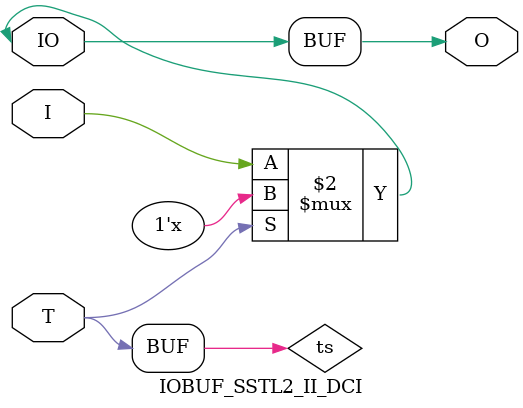
<source format=v>

/*

FUNCTION	: INPUT TRI-STATE OUTPUT BUFFER

*/

`celldefine
`timescale  100 ps / 10 ps

module IOBUF_SSTL2_II_DCI (O, IO, I, T);

    output O;

    inout  IO;

    input  I, T;

    or O1 (ts, 1'b0, T);
    bufif0 T1 (IO, I, ts);

    buf B1 (O, IO);

endmodule

</source>
